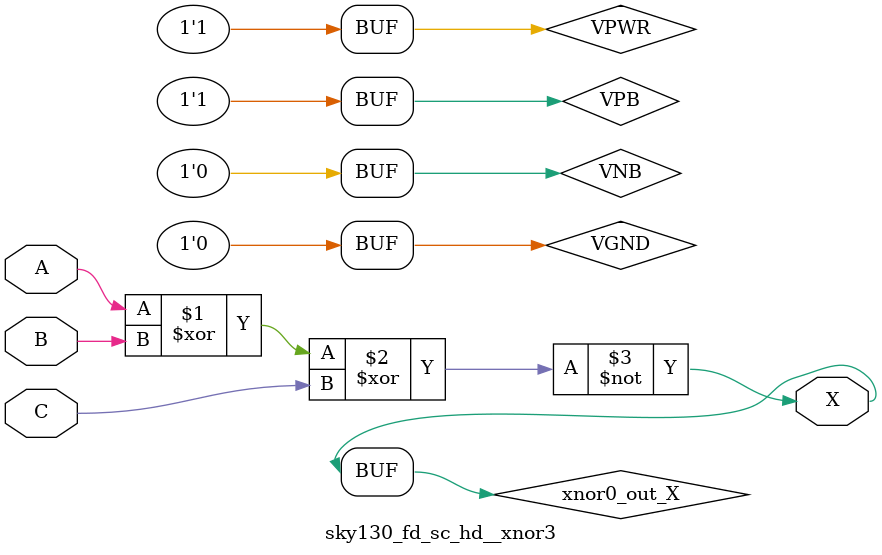
<source format=v>
/*
 * Copyright 2020 The SkyWater PDK Authors
 *
 * Licensed under the Apache License, Version 2.0 (the "License");
 * you may not use this file except in compliance with the License.
 * You may obtain a copy of the License at
 *
 *     https://www.apache.org/licenses/LICENSE-2.0
 *
 * Unless required by applicable law or agreed to in writing, software
 * distributed under the License is distributed on an "AS IS" BASIS,
 * WITHOUT WARRANTIES OR CONDITIONS OF ANY KIND, either express or implied.
 * See the License for the specific language governing permissions and
 * limitations under the License.
 *
 * SPDX-License-Identifier: Apache-2.0
*/


`ifndef SKY130_FD_SC_HD__XNOR3_TIMING_V
`define SKY130_FD_SC_HD__XNOR3_TIMING_V

/**
 * xnor3: 3-input exclusive NOR.
 *
 * Verilog simulation timing model.
 */

`timescale 1ns / 1ps
`default_nettype none

`celldefine
module sky130_fd_sc_hd__xnor3 (
    X,
    A,
    B,
    C
);

    // Module ports
    output X;
    input  A;
    input  B;
    input  C;

    // Module supplies
    supply1 VPWR;
    supply0 VGND;
    supply1 VPB ;
    supply0 VNB ;

    // Local signals
    wire xnor0_out_X;

    //   Name   Output       Other arguments
    xnor xnor0 (xnor0_out_X, A, B, C        );
    buf  buf0  (X          , xnor0_out_X    );

endmodule
`endcelldefine

`default_nettype wire
`endif  // SKY130_FD_SC_HD__XNOR3_TIMING_V

</source>
